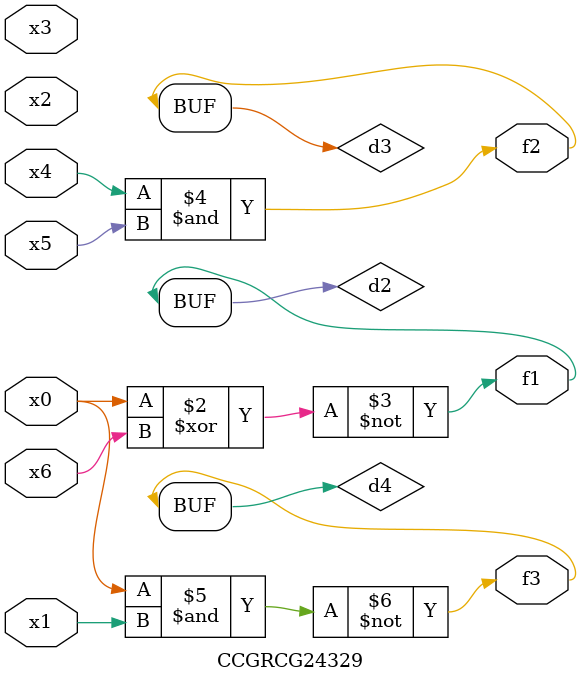
<source format=v>
module CCGRCG24329(
	input x0, x1, x2, x3, x4, x5, x6,
	output f1, f2, f3
);

	wire d1, d2, d3, d4;

	nor (d1, x0);
	xnor (d2, x0, x6);
	and (d3, x4, x5);
	nand (d4, x0, x1);
	assign f1 = d2;
	assign f2 = d3;
	assign f3 = d4;
endmodule

</source>
